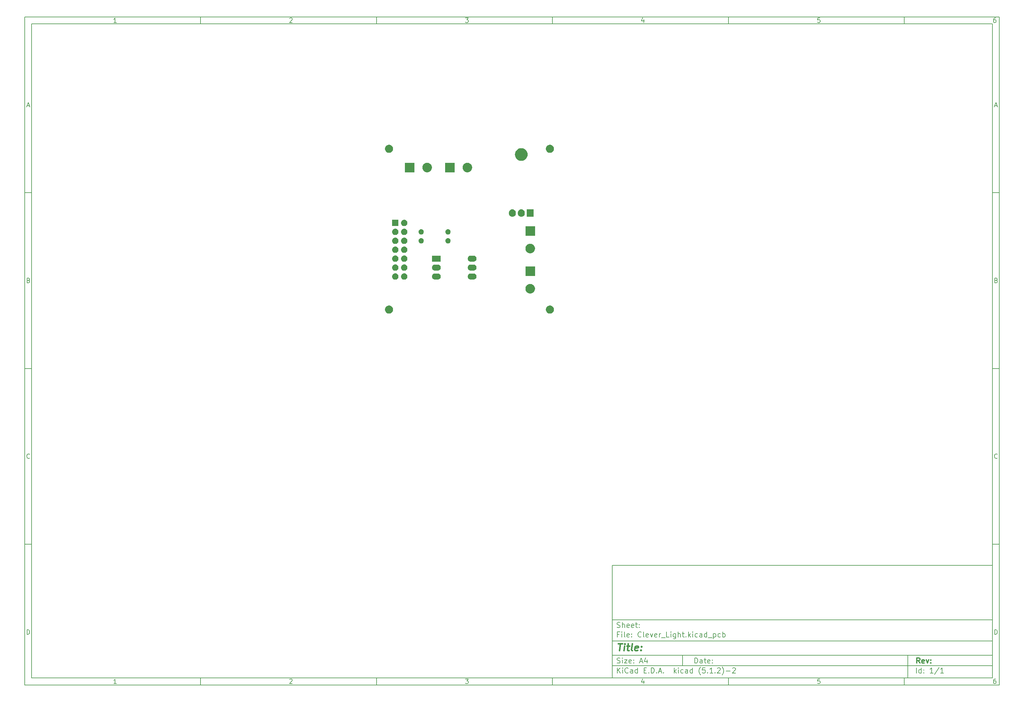
<source format=gbr>
G04 #@! TF.GenerationSoftware,KiCad,Pcbnew,(5.1.2)-2*
G04 #@! TF.CreationDate,2019-08-12T18:41:55+03:00*
G04 #@! TF.ProjectId,Clever_Light,436c6576-6572-45f4-9c69-6768742e6b69,rev?*
G04 #@! TF.SameCoordinates,Original*
G04 #@! TF.FileFunction,Soldermask,Top*
G04 #@! TF.FilePolarity,Negative*
%FSLAX46Y46*%
G04 Gerber Fmt 4.6, Leading zero omitted, Abs format (unit mm)*
G04 Created by KiCad (PCBNEW (5.1.2)-2) date 2019-08-12 18:41:55*
%MOMM*%
%LPD*%
G04 APERTURE LIST*
%ADD10C,0.100000*%
%ADD11C,0.150000*%
%ADD12C,0.300000*%
%ADD13C,0.400000*%
G04 APERTURE END LIST*
D10*
D11*
X177002200Y-166007200D02*
X177002200Y-198007200D01*
X285002200Y-198007200D01*
X285002200Y-166007200D01*
X177002200Y-166007200D01*
D10*
D11*
X10000000Y-10000000D02*
X10000000Y-200007200D01*
X287002200Y-200007200D01*
X287002200Y-10000000D01*
X10000000Y-10000000D01*
D10*
D11*
X12000000Y-12000000D02*
X12000000Y-198007200D01*
X285002200Y-198007200D01*
X285002200Y-12000000D01*
X12000000Y-12000000D01*
D10*
D11*
X60000000Y-12000000D02*
X60000000Y-10000000D01*
D10*
D11*
X110000000Y-12000000D02*
X110000000Y-10000000D01*
D10*
D11*
X160000000Y-12000000D02*
X160000000Y-10000000D01*
D10*
D11*
X210000000Y-12000000D02*
X210000000Y-10000000D01*
D10*
D11*
X260000000Y-12000000D02*
X260000000Y-10000000D01*
D10*
D11*
X36065476Y-11588095D02*
X35322619Y-11588095D01*
X35694047Y-11588095D02*
X35694047Y-10288095D01*
X35570238Y-10473809D01*
X35446428Y-10597619D01*
X35322619Y-10659523D01*
D10*
D11*
X85322619Y-10411904D02*
X85384523Y-10350000D01*
X85508333Y-10288095D01*
X85817857Y-10288095D01*
X85941666Y-10350000D01*
X86003571Y-10411904D01*
X86065476Y-10535714D01*
X86065476Y-10659523D01*
X86003571Y-10845238D01*
X85260714Y-11588095D01*
X86065476Y-11588095D01*
D10*
D11*
X135260714Y-10288095D02*
X136065476Y-10288095D01*
X135632142Y-10783333D01*
X135817857Y-10783333D01*
X135941666Y-10845238D01*
X136003571Y-10907142D01*
X136065476Y-11030952D01*
X136065476Y-11340476D01*
X136003571Y-11464285D01*
X135941666Y-11526190D01*
X135817857Y-11588095D01*
X135446428Y-11588095D01*
X135322619Y-11526190D01*
X135260714Y-11464285D01*
D10*
D11*
X185941666Y-10721428D02*
X185941666Y-11588095D01*
X185632142Y-10226190D02*
X185322619Y-11154761D01*
X186127380Y-11154761D01*
D10*
D11*
X236003571Y-10288095D02*
X235384523Y-10288095D01*
X235322619Y-10907142D01*
X235384523Y-10845238D01*
X235508333Y-10783333D01*
X235817857Y-10783333D01*
X235941666Y-10845238D01*
X236003571Y-10907142D01*
X236065476Y-11030952D01*
X236065476Y-11340476D01*
X236003571Y-11464285D01*
X235941666Y-11526190D01*
X235817857Y-11588095D01*
X235508333Y-11588095D01*
X235384523Y-11526190D01*
X235322619Y-11464285D01*
D10*
D11*
X285941666Y-10288095D02*
X285694047Y-10288095D01*
X285570238Y-10350000D01*
X285508333Y-10411904D01*
X285384523Y-10597619D01*
X285322619Y-10845238D01*
X285322619Y-11340476D01*
X285384523Y-11464285D01*
X285446428Y-11526190D01*
X285570238Y-11588095D01*
X285817857Y-11588095D01*
X285941666Y-11526190D01*
X286003571Y-11464285D01*
X286065476Y-11340476D01*
X286065476Y-11030952D01*
X286003571Y-10907142D01*
X285941666Y-10845238D01*
X285817857Y-10783333D01*
X285570238Y-10783333D01*
X285446428Y-10845238D01*
X285384523Y-10907142D01*
X285322619Y-11030952D01*
D10*
D11*
X60000000Y-198007200D02*
X60000000Y-200007200D01*
D10*
D11*
X110000000Y-198007200D02*
X110000000Y-200007200D01*
D10*
D11*
X160000000Y-198007200D02*
X160000000Y-200007200D01*
D10*
D11*
X210000000Y-198007200D02*
X210000000Y-200007200D01*
D10*
D11*
X260000000Y-198007200D02*
X260000000Y-200007200D01*
D10*
D11*
X36065476Y-199595295D02*
X35322619Y-199595295D01*
X35694047Y-199595295D02*
X35694047Y-198295295D01*
X35570238Y-198481009D01*
X35446428Y-198604819D01*
X35322619Y-198666723D01*
D10*
D11*
X85322619Y-198419104D02*
X85384523Y-198357200D01*
X85508333Y-198295295D01*
X85817857Y-198295295D01*
X85941666Y-198357200D01*
X86003571Y-198419104D01*
X86065476Y-198542914D01*
X86065476Y-198666723D01*
X86003571Y-198852438D01*
X85260714Y-199595295D01*
X86065476Y-199595295D01*
D10*
D11*
X135260714Y-198295295D02*
X136065476Y-198295295D01*
X135632142Y-198790533D01*
X135817857Y-198790533D01*
X135941666Y-198852438D01*
X136003571Y-198914342D01*
X136065476Y-199038152D01*
X136065476Y-199347676D01*
X136003571Y-199471485D01*
X135941666Y-199533390D01*
X135817857Y-199595295D01*
X135446428Y-199595295D01*
X135322619Y-199533390D01*
X135260714Y-199471485D01*
D10*
D11*
X185941666Y-198728628D02*
X185941666Y-199595295D01*
X185632142Y-198233390D02*
X185322619Y-199161961D01*
X186127380Y-199161961D01*
D10*
D11*
X236003571Y-198295295D02*
X235384523Y-198295295D01*
X235322619Y-198914342D01*
X235384523Y-198852438D01*
X235508333Y-198790533D01*
X235817857Y-198790533D01*
X235941666Y-198852438D01*
X236003571Y-198914342D01*
X236065476Y-199038152D01*
X236065476Y-199347676D01*
X236003571Y-199471485D01*
X235941666Y-199533390D01*
X235817857Y-199595295D01*
X235508333Y-199595295D01*
X235384523Y-199533390D01*
X235322619Y-199471485D01*
D10*
D11*
X285941666Y-198295295D02*
X285694047Y-198295295D01*
X285570238Y-198357200D01*
X285508333Y-198419104D01*
X285384523Y-198604819D01*
X285322619Y-198852438D01*
X285322619Y-199347676D01*
X285384523Y-199471485D01*
X285446428Y-199533390D01*
X285570238Y-199595295D01*
X285817857Y-199595295D01*
X285941666Y-199533390D01*
X286003571Y-199471485D01*
X286065476Y-199347676D01*
X286065476Y-199038152D01*
X286003571Y-198914342D01*
X285941666Y-198852438D01*
X285817857Y-198790533D01*
X285570238Y-198790533D01*
X285446428Y-198852438D01*
X285384523Y-198914342D01*
X285322619Y-199038152D01*
D10*
D11*
X10000000Y-60000000D02*
X12000000Y-60000000D01*
D10*
D11*
X10000000Y-110000000D02*
X12000000Y-110000000D01*
D10*
D11*
X10000000Y-160000000D02*
X12000000Y-160000000D01*
D10*
D11*
X10690476Y-35216666D02*
X11309523Y-35216666D01*
X10566666Y-35588095D02*
X11000000Y-34288095D01*
X11433333Y-35588095D01*
D10*
D11*
X11092857Y-84907142D02*
X11278571Y-84969047D01*
X11340476Y-85030952D01*
X11402380Y-85154761D01*
X11402380Y-85340476D01*
X11340476Y-85464285D01*
X11278571Y-85526190D01*
X11154761Y-85588095D01*
X10659523Y-85588095D01*
X10659523Y-84288095D01*
X11092857Y-84288095D01*
X11216666Y-84350000D01*
X11278571Y-84411904D01*
X11340476Y-84535714D01*
X11340476Y-84659523D01*
X11278571Y-84783333D01*
X11216666Y-84845238D01*
X11092857Y-84907142D01*
X10659523Y-84907142D01*
D10*
D11*
X11402380Y-135464285D02*
X11340476Y-135526190D01*
X11154761Y-135588095D01*
X11030952Y-135588095D01*
X10845238Y-135526190D01*
X10721428Y-135402380D01*
X10659523Y-135278571D01*
X10597619Y-135030952D01*
X10597619Y-134845238D01*
X10659523Y-134597619D01*
X10721428Y-134473809D01*
X10845238Y-134350000D01*
X11030952Y-134288095D01*
X11154761Y-134288095D01*
X11340476Y-134350000D01*
X11402380Y-134411904D01*
D10*
D11*
X10659523Y-185588095D02*
X10659523Y-184288095D01*
X10969047Y-184288095D01*
X11154761Y-184350000D01*
X11278571Y-184473809D01*
X11340476Y-184597619D01*
X11402380Y-184845238D01*
X11402380Y-185030952D01*
X11340476Y-185278571D01*
X11278571Y-185402380D01*
X11154761Y-185526190D01*
X10969047Y-185588095D01*
X10659523Y-185588095D01*
D10*
D11*
X287002200Y-60000000D02*
X285002200Y-60000000D01*
D10*
D11*
X287002200Y-110000000D02*
X285002200Y-110000000D01*
D10*
D11*
X287002200Y-160000000D02*
X285002200Y-160000000D01*
D10*
D11*
X285692676Y-35216666D02*
X286311723Y-35216666D01*
X285568866Y-35588095D02*
X286002200Y-34288095D01*
X286435533Y-35588095D01*
D10*
D11*
X286095057Y-84907142D02*
X286280771Y-84969047D01*
X286342676Y-85030952D01*
X286404580Y-85154761D01*
X286404580Y-85340476D01*
X286342676Y-85464285D01*
X286280771Y-85526190D01*
X286156961Y-85588095D01*
X285661723Y-85588095D01*
X285661723Y-84288095D01*
X286095057Y-84288095D01*
X286218866Y-84350000D01*
X286280771Y-84411904D01*
X286342676Y-84535714D01*
X286342676Y-84659523D01*
X286280771Y-84783333D01*
X286218866Y-84845238D01*
X286095057Y-84907142D01*
X285661723Y-84907142D01*
D10*
D11*
X286404580Y-135464285D02*
X286342676Y-135526190D01*
X286156961Y-135588095D01*
X286033152Y-135588095D01*
X285847438Y-135526190D01*
X285723628Y-135402380D01*
X285661723Y-135278571D01*
X285599819Y-135030952D01*
X285599819Y-134845238D01*
X285661723Y-134597619D01*
X285723628Y-134473809D01*
X285847438Y-134350000D01*
X286033152Y-134288095D01*
X286156961Y-134288095D01*
X286342676Y-134350000D01*
X286404580Y-134411904D01*
D10*
D11*
X285661723Y-185588095D02*
X285661723Y-184288095D01*
X285971247Y-184288095D01*
X286156961Y-184350000D01*
X286280771Y-184473809D01*
X286342676Y-184597619D01*
X286404580Y-184845238D01*
X286404580Y-185030952D01*
X286342676Y-185278571D01*
X286280771Y-185402380D01*
X286156961Y-185526190D01*
X285971247Y-185588095D01*
X285661723Y-185588095D01*
D10*
D11*
X200434342Y-193785771D02*
X200434342Y-192285771D01*
X200791485Y-192285771D01*
X201005771Y-192357200D01*
X201148628Y-192500057D01*
X201220057Y-192642914D01*
X201291485Y-192928628D01*
X201291485Y-193142914D01*
X201220057Y-193428628D01*
X201148628Y-193571485D01*
X201005771Y-193714342D01*
X200791485Y-193785771D01*
X200434342Y-193785771D01*
X202577200Y-193785771D02*
X202577200Y-193000057D01*
X202505771Y-192857200D01*
X202362914Y-192785771D01*
X202077200Y-192785771D01*
X201934342Y-192857200D01*
X202577200Y-193714342D02*
X202434342Y-193785771D01*
X202077200Y-193785771D01*
X201934342Y-193714342D01*
X201862914Y-193571485D01*
X201862914Y-193428628D01*
X201934342Y-193285771D01*
X202077200Y-193214342D01*
X202434342Y-193214342D01*
X202577200Y-193142914D01*
X203077200Y-192785771D02*
X203648628Y-192785771D01*
X203291485Y-192285771D02*
X203291485Y-193571485D01*
X203362914Y-193714342D01*
X203505771Y-193785771D01*
X203648628Y-193785771D01*
X204720057Y-193714342D02*
X204577200Y-193785771D01*
X204291485Y-193785771D01*
X204148628Y-193714342D01*
X204077200Y-193571485D01*
X204077200Y-193000057D01*
X204148628Y-192857200D01*
X204291485Y-192785771D01*
X204577200Y-192785771D01*
X204720057Y-192857200D01*
X204791485Y-193000057D01*
X204791485Y-193142914D01*
X204077200Y-193285771D01*
X205434342Y-193642914D02*
X205505771Y-193714342D01*
X205434342Y-193785771D01*
X205362914Y-193714342D01*
X205434342Y-193642914D01*
X205434342Y-193785771D01*
X205434342Y-192857200D02*
X205505771Y-192928628D01*
X205434342Y-193000057D01*
X205362914Y-192928628D01*
X205434342Y-192857200D01*
X205434342Y-193000057D01*
D10*
D11*
X177002200Y-194507200D02*
X285002200Y-194507200D01*
D10*
D11*
X178434342Y-196585771D02*
X178434342Y-195085771D01*
X179291485Y-196585771D02*
X178648628Y-195728628D01*
X179291485Y-195085771D02*
X178434342Y-195942914D01*
X179934342Y-196585771D02*
X179934342Y-195585771D01*
X179934342Y-195085771D02*
X179862914Y-195157200D01*
X179934342Y-195228628D01*
X180005771Y-195157200D01*
X179934342Y-195085771D01*
X179934342Y-195228628D01*
X181505771Y-196442914D02*
X181434342Y-196514342D01*
X181220057Y-196585771D01*
X181077200Y-196585771D01*
X180862914Y-196514342D01*
X180720057Y-196371485D01*
X180648628Y-196228628D01*
X180577200Y-195942914D01*
X180577200Y-195728628D01*
X180648628Y-195442914D01*
X180720057Y-195300057D01*
X180862914Y-195157200D01*
X181077200Y-195085771D01*
X181220057Y-195085771D01*
X181434342Y-195157200D01*
X181505771Y-195228628D01*
X182791485Y-196585771D02*
X182791485Y-195800057D01*
X182720057Y-195657200D01*
X182577200Y-195585771D01*
X182291485Y-195585771D01*
X182148628Y-195657200D01*
X182791485Y-196514342D02*
X182648628Y-196585771D01*
X182291485Y-196585771D01*
X182148628Y-196514342D01*
X182077200Y-196371485D01*
X182077200Y-196228628D01*
X182148628Y-196085771D01*
X182291485Y-196014342D01*
X182648628Y-196014342D01*
X182791485Y-195942914D01*
X184148628Y-196585771D02*
X184148628Y-195085771D01*
X184148628Y-196514342D02*
X184005771Y-196585771D01*
X183720057Y-196585771D01*
X183577200Y-196514342D01*
X183505771Y-196442914D01*
X183434342Y-196300057D01*
X183434342Y-195871485D01*
X183505771Y-195728628D01*
X183577200Y-195657200D01*
X183720057Y-195585771D01*
X184005771Y-195585771D01*
X184148628Y-195657200D01*
X186005771Y-195800057D02*
X186505771Y-195800057D01*
X186720057Y-196585771D02*
X186005771Y-196585771D01*
X186005771Y-195085771D01*
X186720057Y-195085771D01*
X187362914Y-196442914D02*
X187434342Y-196514342D01*
X187362914Y-196585771D01*
X187291485Y-196514342D01*
X187362914Y-196442914D01*
X187362914Y-196585771D01*
X188077200Y-196585771D02*
X188077200Y-195085771D01*
X188434342Y-195085771D01*
X188648628Y-195157200D01*
X188791485Y-195300057D01*
X188862914Y-195442914D01*
X188934342Y-195728628D01*
X188934342Y-195942914D01*
X188862914Y-196228628D01*
X188791485Y-196371485D01*
X188648628Y-196514342D01*
X188434342Y-196585771D01*
X188077200Y-196585771D01*
X189577200Y-196442914D02*
X189648628Y-196514342D01*
X189577200Y-196585771D01*
X189505771Y-196514342D01*
X189577200Y-196442914D01*
X189577200Y-196585771D01*
X190220057Y-196157200D02*
X190934342Y-196157200D01*
X190077200Y-196585771D02*
X190577200Y-195085771D01*
X191077200Y-196585771D01*
X191577200Y-196442914D02*
X191648628Y-196514342D01*
X191577200Y-196585771D01*
X191505771Y-196514342D01*
X191577200Y-196442914D01*
X191577200Y-196585771D01*
X194577200Y-196585771D02*
X194577200Y-195085771D01*
X194720057Y-196014342D02*
X195148628Y-196585771D01*
X195148628Y-195585771D02*
X194577200Y-196157200D01*
X195791485Y-196585771D02*
X195791485Y-195585771D01*
X195791485Y-195085771D02*
X195720057Y-195157200D01*
X195791485Y-195228628D01*
X195862914Y-195157200D01*
X195791485Y-195085771D01*
X195791485Y-195228628D01*
X197148628Y-196514342D02*
X197005771Y-196585771D01*
X196720057Y-196585771D01*
X196577200Y-196514342D01*
X196505771Y-196442914D01*
X196434342Y-196300057D01*
X196434342Y-195871485D01*
X196505771Y-195728628D01*
X196577200Y-195657200D01*
X196720057Y-195585771D01*
X197005771Y-195585771D01*
X197148628Y-195657200D01*
X198434342Y-196585771D02*
X198434342Y-195800057D01*
X198362914Y-195657200D01*
X198220057Y-195585771D01*
X197934342Y-195585771D01*
X197791485Y-195657200D01*
X198434342Y-196514342D02*
X198291485Y-196585771D01*
X197934342Y-196585771D01*
X197791485Y-196514342D01*
X197720057Y-196371485D01*
X197720057Y-196228628D01*
X197791485Y-196085771D01*
X197934342Y-196014342D01*
X198291485Y-196014342D01*
X198434342Y-195942914D01*
X199791485Y-196585771D02*
X199791485Y-195085771D01*
X199791485Y-196514342D02*
X199648628Y-196585771D01*
X199362914Y-196585771D01*
X199220057Y-196514342D01*
X199148628Y-196442914D01*
X199077200Y-196300057D01*
X199077200Y-195871485D01*
X199148628Y-195728628D01*
X199220057Y-195657200D01*
X199362914Y-195585771D01*
X199648628Y-195585771D01*
X199791485Y-195657200D01*
X202077200Y-197157200D02*
X202005771Y-197085771D01*
X201862914Y-196871485D01*
X201791485Y-196728628D01*
X201720057Y-196514342D01*
X201648628Y-196157200D01*
X201648628Y-195871485D01*
X201720057Y-195514342D01*
X201791485Y-195300057D01*
X201862914Y-195157200D01*
X202005771Y-194942914D01*
X202077200Y-194871485D01*
X203362914Y-195085771D02*
X202648628Y-195085771D01*
X202577200Y-195800057D01*
X202648628Y-195728628D01*
X202791485Y-195657200D01*
X203148628Y-195657200D01*
X203291485Y-195728628D01*
X203362914Y-195800057D01*
X203434342Y-195942914D01*
X203434342Y-196300057D01*
X203362914Y-196442914D01*
X203291485Y-196514342D01*
X203148628Y-196585771D01*
X202791485Y-196585771D01*
X202648628Y-196514342D01*
X202577200Y-196442914D01*
X204077200Y-196442914D02*
X204148628Y-196514342D01*
X204077200Y-196585771D01*
X204005771Y-196514342D01*
X204077200Y-196442914D01*
X204077200Y-196585771D01*
X205577200Y-196585771D02*
X204720057Y-196585771D01*
X205148628Y-196585771D02*
X205148628Y-195085771D01*
X205005771Y-195300057D01*
X204862914Y-195442914D01*
X204720057Y-195514342D01*
X206220057Y-196442914D02*
X206291485Y-196514342D01*
X206220057Y-196585771D01*
X206148628Y-196514342D01*
X206220057Y-196442914D01*
X206220057Y-196585771D01*
X206862914Y-195228628D02*
X206934342Y-195157200D01*
X207077200Y-195085771D01*
X207434342Y-195085771D01*
X207577200Y-195157200D01*
X207648628Y-195228628D01*
X207720057Y-195371485D01*
X207720057Y-195514342D01*
X207648628Y-195728628D01*
X206791485Y-196585771D01*
X207720057Y-196585771D01*
X208220057Y-197157200D02*
X208291485Y-197085771D01*
X208434342Y-196871485D01*
X208505771Y-196728628D01*
X208577200Y-196514342D01*
X208648628Y-196157200D01*
X208648628Y-195871485D01*
X208577200Y-195514342D01*
X208505771Y-195300057D01*
X208434342Y-195157200D01*
X208291485Y-194942914D01*
X208220057Y-194871485D01*
X209362914Y-196014342D02*
X210505771Y-196014342D01*
X211148628Y-195228628D02*
X211220057Y-195157200D01*
X211362914Y-195085771D01*
X211720057Y-195085771D01*
X211862914Y-195157200D01*
X211934342Y-195228628D01*
X212005771Y-195371485D01*
X212005771Y-195514342D01*
X211934342Y-195728628D01*
X211077200Y-196585771D01*
X212005771Y-196585771D01*
D10*
D11*
X177002200Y-191507200D02*
X285002200Y-191507200D01*
D10*
D12*
X264411485Y-193785771D02*
X263911485Y-193071485D01*
X263554342Y-193785771D02*
X263554342Y-192285771D01*
X264125771Y-192285771D01*
X264268628Y-192357200D01*
X264340057Y-192428628D01*
X264411485Y-192571485D01*
X264411485Y-192785771D01*
X264340057Y-192928628D01*
X264268628Y-193000057D01*
X264125771Y-193071485D01*
X263554342Y-193071485D01*
X265625771Y-193714342D02*
X265482914Y-193785771D01*
X265197200Y-193785771D01*
X265054342Y-193714342D01*
X264982914Y-193571485D01*
X264982914Y-193000057D01*
X265054342Y-192857200D01*
X265197200Y-192785771D01*
X265482914Y-192785771D01*
X265625771Y-192857200D01*
X265697200Y-193000057D01*
X265697200Y-193142914D01*
X264982914Y-193285771D01*
X266197200Y-192785771D02*
X266554342Y-193785771D01*
X266911485Y-192785771D01*
X267482914Y-193642914D02*
X267554342Y-193714342D01*
X267482914Y-193785771D01*
X267411485Y-193714342D01*
X267482914Y-193642914D01*
X267482914Y-193785771D01*
X267482914Y-192857200D02*
X267554342Y-192928628D01*
X267482914Y-193000057D01*
X267411485Y-192928628D01*
X267482914Y-192857200D01*
X267482914Y-193000057D01*
D10*
D11*
X178362914Y-193714342D02*
X178577200Y-193785771D01*
X178934342Y-193785771D01*
X179077200Y-193714342D01*
X179148628Y-193642914D01*
X179220057Y-193500057D01*
X179220057Y-193357200D01*
X179148628Y-193214342D01*
X179077200Y-193142914D01*
X178934342Y-193071485D01*
X178648628Y-193000057D01*
X178505771Y-192928628D01*
X178434342Y-192857200D01*
X178362914Y-192714342D01*
X178362914Y-192571485D01*
X178434342Y-192428628D01*
X178505771Y-192357200D01*
X178648628Y-192285771D01*
X179005771Y-192285771D01*
X179220057Y-192357200D01*
X179862914Y-193785771D02*
X179862914Y-192785771D01*
X179862914Y-192285771D02*
X179791485Y-192357200D01*
X179862914Y-192428628D01*
X179934342Y-192357200D01*
X179862914Y-192285771D01*
X179862914Y-192428628D01*
X180434342Y-192785771D02*
X181220057Y-192785771D01*
X180434342Y-193785771D01*
X181220057Y-193785771D01*
X182362914Y-193714342D02*
X182220057Y-193785771D01*
X181934342Y-193785771D01*
X181791485Y-193714342D01*
X181720057Y-193571485D01*
X181720057Y-193000057D01*
X181791485Y-192857200D01*
X181934342Y-192785771D01*
X182220057Y-192785771D01*
X182362914Y-192857200D01*
X182434342Y-193000057D01*
X182434342Y-193142914D01*
X181720057Y-193285771D01*
X183077200Y-193642914D02*
X183148628Y-193714342D01*
X183077200Y-193785771D01*
X183005771Y-193714342D01*
X183077200Y-193642914D01*
X183077200Y-193785771D01*
X183077200Y-192857200D02*
X183148628Y-192928628D01*
X183077200Y-193000057D01*
X183005771Y-192928628D01*
X183077200Y-192857200D01*
X183077200Y-193000057D01*
X184862914Y-193357200D02*
X185577200Y-193357200D01*
X184720057Y-193785771D02*
X185220057Y-192285771D01*
X185720057Y-193785771D01*
X186862914Y-192785771D02*
X186862914Y-193785771D01*
X186505771Y-192214342D02*
X186148628Y-193285771D01*
X187077200Y-193285771D01*
D10*
D11*
X263434342Y-196585771D02*
X263434342Y-195085771D01*
X264791485Y-196585771D02*
X264791485Y-195085771D01*
X264791485Y-196514342D02*
X264648628Y-196585771D01*
X264362914Y-196585771D01*
X264220057Y-196514342D01*
X264148628Y-196442914D01*
X264077200Y-196300057D01*
X264077200Y-195871485D01*
X264148628Y-195728628D01*
X264220057Y-195657200D01*
X264362914Y-195585771D01*
X264648628Y-195585771D01*
X264791485Y-195657200D01*
X265505771Y-196442914D02*
X265577200Y-196514342D01*
X265505771Y-196585771D01*
X265434342Y-196514342D01*
X265505771Y-196442914D01*
X265505771Y-196585771D01*
X265505771Y-195657200D02*
X265577200Y-195728628D01*
X265505771Y-195800057D01*
X265434342Y-195728628D01*
X265505771Y-195657200D01*
X265505771Y-195800057D01*
X268148628Y-196585771D02*
X267291485Y-196585771D01*
X267720057Y-196585771D02*
X267720057Y-195085771D01*
X267577200Y-195300057D01*
X267434342Y-195442914D01*
X267291485Y-195514342D01*
X269862914Y-195014342D02*
X268577200Y-196942914D01*
X271148628Y-196585771D02*
X270291485Y-196585771D01*
X270720057Y-196585771D02*
X270720057Y-195085771D01*
X270577200Y-195300057D01*
X270434342Y-195442914D01*
X270291485Y-195514342D01*
D10*
D11*
X177002200Y-187507200D02*
X285002200Y-187507200D01*
D10*
D13*
X178714580Y-188211961D02*
X179857438Y-188211961D01*
X179036009Y-190211961D02*
X179286009Y-188211961D01*
X180274104Y-190211961D02*
X180440771Y-188878628D01*
X180524104Y-188211961D02*
X180416961Y-188307200D01*
X180500295Y-188402438D01*
X180607438Y-188307200D01*
X180524104Y-188211961D01*
X180500295Y-188402438D01*
X181107438Y-188878628D02*
X181869342Y-188878628D01*
X181476485Y-188211961D02*
X181262200Y-189926247D01*
X181333628Y-190116723D01*
X181512200Y-190211961D01*
X181702676Y-190211961D01*
X182655057Y-190211961D02*
X182476485Y-190116723D01*
X182405057Y-189926247D01*
X182619342Y-188211961D01*
X184190771Y-190116723D02*
X183988390Y-190211961D01*
X183607438Y-190211961D01*
X183428866Y-190116723D01*
X183357438Y-189926247D01*
X183452676Y-189164342D01*
X183571723Y-188973866D01*
X183774104Y-188878628D01*
X184155057Y-188878628D01*
X184333628Y-188973866D01*
X184405057Y-189164342D01*
X184381247Y-189354819D01*
X183405057Y-189545295D01*
X185155057Y-190021485D02*
X185238390Y-190116723D01*
X185131247Y-190211961D01*
X185047914Y-190116723D01*
X185155057Y-190021485D01*
X185131247Y-190211961D01*
X185286009Y-188973866D02*
X185369342Y-189069104D01*
X185262200Y-189164342D01*
X185178866Y-189069104D01*
X185286009Y-188973866D01*
X185262200Y-189164342D01*
D10*
D11*
X178934342Y-185600057D02*
X178434342Y-185600057D01*
X178434342Y-186385771D02*
X178434342Y-184885771D01*
X179148628Y-184885771D01*
X179720057Y-186385771D02*
X179720057Y-185385771D01*
X179720057Y-184885771D02*
X179648628Y-184957200D01*
X179720057Y-185028628D01*
X179791485Y-184957200D01*
X179720057Y-184885771D01*
X179720057Y-185028628D01*
X180648628Y-186385771D02*
X180505771Y-186314342D01*
X180434342Y-186171485D01*
X180434342Y-184885771D01*
X181791485Y-186314342D02*
X181648628Y-186385771D01*
X181362914Y-186385771D01*
X181220057Y-186314342D01*
X181148628Y-186171485D01*
X181148628Y-185600057D01*
X181220057Y-185457200D01*
X181362914Y-185385771D01*
X181648628Y-185385771D01*
X181791485Y-185457200D01*
X181862914Y-185600057D01*
X181862914Y-185742914D01*
X181148628Y-185885771D01*
X182505771Y-186242914D02*
X182577200Y-186314342D01*
X182505771Y-186385771D01*
X182434342Y-186314342D01*
X182505771Y-186242914D01*
X182505771Y-186385771D01*
X182505771Y-185457200D02*
X182577200Y-185528628D01*
X182505771Y-185600057D01*
X182434342Y-185528628D01*
X182505771Y-185457200D01*
X182505771Y-185600057D01*
X185220057Y-186242914D02*
X185148628Y-186314342D01*
X184934342Y-186385771D01*
X184791485Y-186385771D01*
X184577200Y-186314342D01*
X184434342Y-186171485D01*
X184362914Y-186028628D01*
X184291485Y-185742914D01*
X184291485Y-185528628D01*
X184362914Y-185242914D01*
X184434342Y-185100057D01*
X184577200Y-184957200D01*
X184791485Y-184885771D01*
X184934342Y-184885771D01*
X185148628Y-184957200D01*
X185220057Y-185028628D01*
X186077200Y-186385771D02*
X185934342Y-186314342D01*
X185862914Y-186171485D01*
X185862914Y-184885771D01*
X187220057Y-186314342D02*
X187077200Y-186385771D01*
X186791485Y-186385771D01*
X186648628Y-186314342D01*
X186577200Y-186171485D01*
X186577200Y-185600057D01*
X186648628Y-185457200D01*
X186791485Y-185385771D01*
X187077200Y-185385771D01*
X187220057Y-185457200D01*
X187291485Y-185600057D01*
X187291485Y-185742914D01*
X186577200Y-185885771D01*
X187791485Y-185385771D02*
X188148628Y-186385771D01*
X188505771Y-185385771D01*
X189648628Y-186314342D02*
X189505771Y-186385771D01*
X189220057Y-186385771D01*
X189077200Y-186314342D01*
X189005771Y-186171485D01*
X189005771Y-185600057D01*
X189077200Y-185457200D01*
X189220057Y-185385771D01*
X189505771Y-185385771D01*
X189648628Y-185457200D01*
X189720057Y-185600057D01*
X189720057Y-185742914D01*
X189005771Y-185885771D01*
X190362914Y-186385771D02*
X190362914Y-185385771D01*
X190362914Y-185671485D02*
X190434342Y-185528628D01*
X190505771Y-185457200D01*
X190648628Y-185385771D01*
X190791485Y-185385771D01*
X190934342Y-186528628D02*
X192077200Y-186528628D01*
X193148628Y-186385771D02*
X192434342Y-186385771D01*
X192434342Y-184885771D01*
X193648628Y-186385771D02*
X193648628Y-185385771D01*
X193648628Y-184885771D02*
X193577200Y-184957200D01*
X193648628Y-185028628D01*
X193720057Y-184957200D01*
X193648628Y-184885771D01*
X193648628Y-185028628D01*
X195005771Y-185385771D02*
X195005771Y-186600057D01*
X194934342Y-186742914D01*
X194862914Y-186814342D01*
X194720057Y-186885771D01*
X194505771Y-186885771D01*
X194362914Y-186814342D01*
X195005771Y-186314342D02*
X194862914Y-186385771D01*
X194577200Y-186385771D01*
X194434342Y-186314342D01*
X194362914Y-186242914D01*
X194291485Y-186100057D01*
X194291485Y-185671485D01*
X194362914Y-185528628D01*
X194434342Y-185457200D01*
X194577200Y-185385771D01*
X194862914Y-185385771D01*
X195005771Y-185457200D01*
X195720057Y-186385771D02*
X195720057Y-184885771D01*
X196362914Y-186385771D02*
X196362914Y-185600057D01*
X196291485Y-185457200D01*
X196148628Y-185385771D01*
X195934342Y-185385771D01*
X195791485Y-185457200D01*
X195720057Y-185528628D01*
X196862914Y-185385771D02*
X197434342Y-185385771D01*
X197077200Y-184885771D02*
X197077200Y-186171485D01*
X197148628Y-186314342D01*
X197291485Y-186385771D01*
X197434342Y-186385771D01*
X197934342Y-186242914D02*
X198005771Y-186314342D01*
X197934342Y-186385771D01*
X197862914Y-186314342D01*
X197934342Y-186242914D01*
X197934342Y-186385771D01*
X198648628Y-186385771D02*
X198648628Y-184885771D01*
X198791485Y-185814342D02*
X199220057Y-186385771D01*
X199220057Y-185385771D02*
X198648628Y-185957200D01*
X199862914Y-186385771D02*
X199862914Y-185385771D01*
X199862914Y-184885771D02*
X199791485Y-184957200D01*
X199862914Y-185028628D01*
X199934342Y-184957200D01*
X199862914Y-184885771D01*
X199862914Y-185028628D01*
X201220057Y-186314342D02*
X201077200Y-186385771D01*
X200791485Y-186385771D01*
X200648628Y-186314342D01*
X200577200Y-186242914D01*
X200505771Y-186100057D01*
X200505771Y-185671485D01*
X200577200Y-185528628D01*
X200648628Y-185457200D01*
X200791485Y-185385771D01*
X201077200Y-185385771D01*
X201220057Y-185457200D01*
X202505771Y-186385771D02*
X202505771Y-185600057D01*
X202434342Y-185457200D01*
X202291485Y-185385771D01*
X202005771Y-185385771D01*
X201862914Y-185457200D01*
X202505771Y-186314342D02*
X202362914Y-186385771D01*
X202005771Y-186385771D01*
X201862914Y-186314342D01*
X201791485Y-186171485D01*
X201791485Y-186028628D01*
X201862914Y-185885771D01*
X202005771Y-185814342D01*
X202362914Y-185814342D01*
X202505771Y-185742914D01*
X203862914Y-186385771D02*
X203862914Y-184885771D01*
X203862914Y-186314342D02*
X203720057Y-186385771D01*
X203434342Y-186385771D01*
X203291485Y-186314342D01*
X203220057Y-186242914D01*
X203148628Y-186100057D01*
X203148628Y-185671485D01*
X203220057Y-185528628D01*
X203291485Y-185457200D01*
X203434342Y-185385771D01*
X203720057Y-185385771D01*
X203862914Y-185457200D01*
X204220057Y-186528628D02*
X205362914Y-186528628D01*
X205720057Y-185385771D02*
X205720057Y-186885771D01*
X205720057Y-185457200D02*
X205862914Y-185385771D01*
X206148628Y-185385771D01*
X206291485Y-185457200D01*
X206362914Y-185528628D01*
X206434342Y-185671485D01*
X206434342Y-186100057D01*
X206362914Y-186242914D01*
X206291485Y-186314342D01*
X206148628Y-186385771D01*
X205862914Y-186385771D01*
X205720057Y-186314342D01*
X207720057Y-186314342D02*
X207577200Y-186385771D01*
X207291485Y-186385771D01*
X207148628Y-186314342D01*
X207077200Y-186242914D01*
X207005771Y-186100057D01*
X207005771Y-185671485D01*
X207077200Y-185528628D01*
X207148628Y-185457200D01*
X207291485Y-185385771D01*
X207577200Y-185385771D01*
X207720057Y-185457200D01*
X208362914Y-186385771D02*
X208362914Y-184885771D01*
X208362914Y-185457200D02*
X208505771Y-185385771D01*
X208791485Y-185385771D01*
X208934342Y-185457200D01*
X209005771Y-185528628D01*
X209077200Y-185671485D01*
X209077200Y-186100057D01*
X209005771Y-186242914D01*
X208934342Y-186314342D01*
X208791485Y-186385771D01*
X208505771Y-186385771D01*
X208362914Y-186314342D01*
D10*
D11*
X177002200Y-181507200D02*
X285002200Y-181507200D01*
D10*
D11*
X178362914Y-183614342D02*
X178577200Y-183685771D01*
X178934342Y-183685771D01*
X179077200Y-183614342D01*
X179148628Y-183542914D01*
X179220057Y-183400057D01*
X179220057Y-183257200D01*
X179148628Y-183114342D01*
X179077200Y-183042914D01*
X178934342Y-182971485D01*
X178648628Y-182900057D01*
X178505771Y-182828628D01*
X178434342Y-182757200D01*
X178362914Y-182614342D01*
X178362914Y-182471485D01*
X178434342Y-182328628D01*
X178505771Y-182257200D01*
X178648628Y-182185771D01*
X179005771Y-182185771D01*
X179220057Y-182257200D01*
X179862914Y-183685771D02*
X179862914Y-182185771D01*
X180505771Y-183685771D02*
X180505771Y-182900057D01*
X180434342Y-182757200D01*
X180291485Y-182685771D01*
X180077200Y-182685771D01*
X179934342Y-182757200D01*
X179862914Y-182828628D01*
X181791485Y-183614342D02*
X181648628Y-183685771D01*
X181362914Y-183685771D01*
X181220057Y-183614342D01*
X181148628Y-183471485D01*
X181148628Y-182900057D01*
X181220057Y-182757200D01*
X181362914Y-182685771D01*
X181648628Y-182685771D01*
X181791485Y-182757200D01*
X181862914Y-182900057D01*
X181862914Y-183042914D01*
X181148628Y-183185771D01*
X183077200Y-183614342D02*
X182934342Y-183685771D01*
X182648628Y-183685771D01*
X182505771Y-183614342D01*
X182434342Y-183471485D01*
X182434342Y-182900057D01*
X182505771Y-182757200D01*
X182648628Y-182685771D01*
X182934342Y-182685771D01*
X183077200Y-182757200D01*
X183148628Y-182900057D01*
X183148628Y-183042914D01*
X182434342Y-183185771D01*
X183577200Y-182685771D02*
X184148628Y-182685771D01*
X183791485Y-182185771D02*
X183791485Y-183471485D01*
X183862914Y-183614342D01*
X184005771Y-183685771D01*
X184148628Y-183685771D01*
X184648628Y-183542914D02*
X184720057Y-183614342D01*
X184648628Y-183685771D01*
X184577200Y-183614342D01*
X184648628Y-183542914D01*
X184648628Y-183685771D01*
X184648628Y-182757200D02*
X184720057Y-182828628D01*
X184648628Y-182900057D01*
X184577200Y-182828628D01*
X184648628Y-182757200D01*
X184648628Y-182900057D01*
D10*
D11*
X197002200Y-191507200D02*
X197002200Y-194507200D01*
D10*
D11*
X261002200Y-191507200D02*
X261002200Y-198007200D01*
D10*
G36*
X159482549Y-92089116D02*
G01*
X159593734Y-92111232D01*
X159803203Y-92197997D01*
X159991720Y-92323960D01*
X160152040Y-92484280D01*
X160278003Y-92672797D01*
X160364768Y-92882266D01*
X160409000Y-93104636D01*
X160409000Y-93331364D01*
X160364768Y-93553734D01*
X160278003Y-93763203D01*
X160152040Y-93951720D01*
X159991720Y-94112040D01*
X159803203Y-94238003D01*
X159593734Y-94324768D01*
X159482549Y-94346884D01*
X159371365Y-94369000D01*
X159144635Y-94369000D01*
X159033451Y-94346884D01*
X158922266Y-94324768D01*
X158712797Y-94238003D01*
X158524280Y-94112040D01*
X158363960Y-93951720D01*
X158237997Y-93763203D01*
X158151232Y-93553734D01*
X158107000Y-93331364D01*
X158107000Y-93104636D01*
X158151232Y-92882266D01*
X158237997Y-92672797D01*
X158363960Y-92484280D01*
X158524280Y-92323960D01*
X158712797Y-92197997D01*
X158922266Y-92111232D01*
X159033451Y-92089116D01*
X159144635Y-92067000D01*
X159371365Y-92067000D01*
X159482549Y-92089116D01*
X159482549Y-92089116D01*
G37*
G36*
X113762549Y-92089116D02*
G01*
X113873734Y-92111232D01*
X114083203Y-92197997D01*
X114271720Y-92323960D01*
X114432040Y-92484280D01*
X114558003Y-92672797D01*
X114644768Y-92882266D01*
X114689000Y-93104636D01*
X114689000Y-93331364D01*
X114644768Y-93553734D01*
X114558003Y-93763203D01*
X114432040Y-93951720D01*
X114271720Y-94112040D01*
X114083203Y-94238003D01*
X113873734Y-94324768D01*
X113762549Y-94346884D01*
X113651365Y-94369000D01*
X113424635Y-94369000D01*
X113313451Y-94346884D01*
X113202266Y-94324768D01*
X112992797Y-94238003D01*
X112804280Y-94112040D01*
X112643960Y-93951720D01*
X112517997Y-93763203D01*
X112431232Y-93553734D01*
X112387000Y-93331364D01*
X112387000Y-93104636D01*
X112431232Y-92882266D01*
X112517997Y-92672797D01*
X112643960Y-92484280D01*
X112804280Y-92323960D01*
X112992797Y-92197997D01*
X113202266Y-92111232D01*
X113313451Y-92089116D01*
X113424635Y-92067000D01*
X113651365Y-92067000D01*
X113762549Y-92089116D01*
X113762549Y-92089116D01*
G37*
G36*
X154064072Y-85996918D02*
G01*
X154309939Y-86098759D01*
X154531212Y-86246610D01*
X154719390Y-86434788D01*
X154867241Y-86656061D01*
X154969082Y-86901928D01*
X155021000Y-87162938D01*
X155021000Y-87429062D01*
X154969082Y-87690072D01*
X154867241Y-87935939D01*
X154719390Y-88157212D01*
X154531212Y-88345390D01*
X154309939Y-88493241D01*
X154309938Y-88493242D01*
X154309937Y-88493242D01*
X154064072Y-88595082D01*
X153803063Y-88647000D01*
X153536937Y-88647000D01*
X153275928Y-88595082D01*
X153030063Y-88493242D01*
X153030062Y-88493242D01*
X153030061Y-88493241D01*
X152808788Y-88345390D01*
X152620610Y-88157212D01*
X152472759Y-87935939D01*
X152370918Y-87690072D01*
X152319000Y-87429062D01*
X152319000Y-87162938D01*
X152370918Y-86901928D01*
X152472759Y-86656061D01*
X152620610Y-86434788D01*
X152808788Y-86246610D01*
X153030061Y-86098759D01*
X153275928Y-85996918D01*
X153536937Y-85945000D01*
X153803063Y-85945000D01*
X154064072Y-85996918D01*
X154064072Y-85996918D01*
G37*
G36*
X118035294Y-82918633D02*
G01*
X118207695Y-82970931D01*
X118366583Y-83055858D01*
X118505849Y-83170151D01*
X118620142Y-83309417D01*
X118705069Y-83468305D01*
X118757367Y-83640706D01*
X118775025Y-83820000D01*
X118757367Y-83999294D01*
X118705069Y-84171695D01*
X118620142Y-84330583D01*
X118505849Y-84469849D01*
X118366583Y-84584142D01*
X118207695Y-84669069D01*
X118035294Y-84721367D01*
X117900931Y-84734600D01*
X117811069Y-84734600D01*
X117676706Y-84721367D01*
X117504305Y-84669069D01*
X117345417Y-84584142D01*
X117206151Y-84469849D01*
X117091858Y-84330583D01*
X117006931Y-84171695D01*
X116954633Y-83999294D01*
X116936975Y-83820000D01*
X116954633Y-83640706D01*
X117006931Y-83468305D01*
X117091858Y-83309417D01*
X117206151Y-83170151D01*
X117345417Y-83055858D01*
X117504305Y-82970931D01*
X117676706Y-82918633D01*
X117811069Y-82905400D01*
X117900931Y-82905400D01*
X118035294Y-82918633D01*
X118035294Y-82918633D01*
G37*
G36*
X115495294Y-82918633D02*
G01*
X115667695Y-82970931D01*
X115826583Y-83055858D01*
X115965849Y-83170151D01*
X116080142Y-83309417D01*
X116165069Y-83468305D01*
X116217367Y-83640706D01*
X116235025Y-83820000D01*
X116217367Y-83999294D01*
X116165069Y-84171695D01*
X116080142Y-84330583D01*
X115965849Y-84469849D01*
X115826583Y-84584142D01*
X115667695Y-84669069D01*
X115495294Y-84721367D01*
X115360931Y-84734600D01*
X115271069Y-84734600D01*
X115136706Y-84721367D01*
X114964305Y-84669069D01*
X114805417Y-84584142D01*
X114666151Y-84469849D01*
X114551858Y-84330583D01*
X114466931Y-84171695D01*
X114414633Y-83999294D01*
X114396975Y-83820000D01*
X114414633Y-83640706D01*
X114466931Y-83468305D01*
X114551858Y-83309417D01*
X114666151Y-83170151D01*
X114805417Y-83055858D01*
X114964305Y-82970931D01*
X115136706Y-82918633D01*
X115271069Y-82905400D01*
X115360931Y-82905400D01*
X115495294Y-82918633D01*
X115495294Y-82918633D01*
G37*
G36*
X137726823Y-82981313D02*
G01*
X137887242Y-83029976D01*
X138019906Y-83100886D01*
X138035078Y-83108996D01*
X138164659Y-83215341D01*
X138271004Y-83344922D01*
X138271005Y-83344924D01*
X138350024Y-83492758D01*
X138398687Y-83653177D01*
X138415117Y-83820000D01*
X138398687Y-83986823D01*
X138350024Y-84147242D01*
X138336953Y-84171696D01*
X138271004Y-84295078D01*
X138164659Y-84424659D01*
X138035078Y-84531004D01*
X138035076Y-84531005D01*
X137887242Y-84610024D01*
X137726823Y-84658687D01*
X137601804Y-84671000D01*
X136718196Y-84671000D01*
X136593177Y-84658687D01*
X136432758Y-84610024D01*
X136284924Y-84531005D01*
X136284922Y-84531004D01*
X136155341Y-84424659D01*
X136048996Y-84295078D01*
X135983047Y-84171696D01*
X135969976Y-84147242D01*
X135921313Y-83986823D01*
X135904883Y-83820000D01*
X135921313Y-83653177D01*
X135969976Y-83492758D01*
X136048995Y-83344924D01*
X136048996Y-83344922D01*
X136155341Y-83215341D01*
X136284922Y-83108996D01*
X136300094Y-83100886D01*
X136432758Y-83029976D01*
X136593177Y-82981313D01*
X136718196Y-82969000D01*
X137601804Y-82969000D01*
X137726823Y-82981313D01*
X137726823Y-82981313D01*
G37*
G36*
X127566823Y-82981313D02*
G01*
X127727242Y-83029976D01*
X127859906Y-83100886D01*
X127875078Y-83108996D01*
X128004659Y-83215341D01*
X128111004Y-83344922D01*
X128111005Y-83344924D01*
X128190024Y-83492758D01*
X128238687Y-83653177D01*
X128255117Y-83820000D01*
X128238687Y-83986823D01*
X128190024Y-84147242D01*
X128176953Y-84171696D01*
X128111004Y-84295078D01*
X128004659Y-84424659D01*
X127875078Y-84531004D01*
X127875076Y-84531005D01*
X127727242Y-84610024D01*
X127566823Y-84658687D01*
X127441804Y-84671000D01*
X126558196Y-84671000D01*
X126433177Y-84658687D01*
X126272758Y-84610024D01*
X126124924Y-84531005D01*
X126124922Y-84531004D01*
X125995341Y-84424659D01*
X125888996Y-84295078D01*
X125823047Y-84171696D01*
X125809976Y-84147242D01*
X125761313Y-83986823D01*
X125744883Y-83820000D01*
X125761313Y-83653177D01*
X125809976Y-83492758D01*
X125888995Y-83344924D01*
X125888996Y-83344922D01*
X125995341Y-83215341D01*
X126124922Y-83108996D01*
X126140094Y-83100886D01*
X126272758Y-83029976D01*
X126433177Y-82981313D01*
X126558196Y-82969000D01*
X127441804Y-82969000D01*
X127566823Y-82981313D01*
X127566823Y-82981313D01*
G37*
G36*
X155021000Y-83647000D02*
G01*
X152319000Y-83647000D01*
X152319000Y-80945000D01*
X155021000Y-80945000D01*
X155021000Y-83647000D01*
X155021000Y-83647000D01*
G37*
G36*
X118035294Y-80378633D02*
G01*
X118207695Y-80430931D01*
X118366583Y-80515858D01*
X118505849Y-80630151D01*
X118620142Y-80769417D01*
X118705069Y-80928305D01*
X118757367Y-81100706D01*
X118775025Y-81280000D01*
X118757367Y-81459294D01*
X118705069Y-81631695D01*
X118620142Y-81790583D01*
X118505849Y-81929849D01*
X118366583Y-82044142D01*
X118207695Y-82129069D01*
X118035294Y-82181367D01*
X117900931Y-82194600D01*
X117811069Y-82194600D01*
X117676706Y-82181367D01*
X117504305Y-82129069D01*
X117345417Y-82044142D01*
X117206151Y-81929849D01*
X117091858Y-81790583D01*
X117006931Y-81631695D01*
X116954633Y-81459294D01*
X116936975Y-81280000D01*
X116954633Y-81100706D01*
X117006931Y-80928305D01*
X117091858Y-80769417D01*
X117206151Y-80630151D01*
X117345417Y-80515858D01*
X117504305Y-80430931D01*
X117676706Y-80378633D01*
X117811069Y-80365400D01*
X117900931Y-80365400D01*
X118035294Y-80378633D01*
X118035294Y-80378633D01*
G37*
G36*
X115495294Y-80378633D02*
G01*
X115667695Y-80430931D01*
X115826583Y-80515858D01*
X115965849Y-80630151D01*
X116080142Y-80769417D01*
X116165069Y-80928305D01*
X116217367Y-81100706D01*
X116235025Y-81280000D01*
X116217367Y-81459294D01*
X116165069Y-81631695D01*
X116080142Y-81790583D01*
X115965849Y-81929849D01*
X115826583Y-82044142D01*
X115667695Y-82129069D01*
X115495294Y-82181367D01*
X115360931Y-82194600D01*
X115271069Y-82194600D01*
X115136706Y-82181367D01*
X114964305Y-82129069D01*
X114805417Y-82044142D01*
X114666151Y-81929849D01*
X114551858Y-81790583D01*
X114466931Y-81631695D01*
X114414633Y-81459294D01*
X114396975Y-81280000D01*
X114414633Y-81100706D01*
X114466931Y-80928305D01*
X114551858Y-80769417D01*
X114666151Y-80630151D01*
X114805417Y-80515858D01*
X114964305Y-80430931D01*
X115136706Y-80378633D01*
X115271069Y-80365400D01*
X115360931Y-80365400D01*
X115495294Y-80378633D01*
X115495294Y-80378633D01*
G37*
G36*
X127566823Y-80441313D02*
G01*
X127727242Y-80489976D01*
X127859906Y-80560886D01*
X127875078Y-80568996D01*
X128004659Y-80675341D01*
X128111004Y-80804922D01*
X128111005Y-80804924D01*
X128190024Y-80952758D01*
X128238687Y-81113177D01*
X128255117Y-81280000D01*
X128238687Y-81446823D01*
X128190024Y-81607242D01*
X128176953Y-81631696D01*
X128111004Y-81755078D01*
X128004659Y-81884659D01*
X127875078Y-81991004D01*
X127875076Y-81991005D01*
X127727242Y-82070024D01*
X127566823Y-82118687D01*
X127441804Y-82131000D01*
X126558196Y-82131000D01*
X126433177Y-82118687D01*
X126272758Y-82070024D01*
X126124924Y-81991005D01*
X126124922Y-81991004D01*
X125995341Y-81884659D01*
X125888996Y-81755078D01*
X125823047Y-81631696D01*
X125809976Y-81607242D01*
X125761313Y-81446823D01*
X125744883Y-81280000D01*
X125761313Y-81113177D01*
X125809976Y-80952758D01*
X125888995Y-80804924D01*
X125888996Y-80804922D01*
X125995341Y-80675341D01*
X126124922Y-80568996D01*
X126140094Y-80560886D01*
X126272758Y-80489976D01*
X126433177Y-80441313D01*
X126558196Y-80429000D01*
X127441804Y-80429000D01*
X127566823Y-80441313D01*
X127566823Y-80441313D01*
G37*
G36*
X137726823Y-80441313D02*
G01*
X137887242Y-80489976D01*
X138019906Y-80560886D01*
X138035078Y-80568996D01*
X138164659Y-80675341D01*
X138271004Y-80804922D01*
X138271005Y-80804924D01*
X138350024Y-80952758D01*
X138398687Y-81113177D01*
X138415117Y-81280000D01*
X138398687Y-81446823D01*
X138350024Y-81607242D01*
X138336953Y-81631696D01*
X138271004Y-81755078D01*
X138164659Y-81884659D01*
X138035078Y-81991004D01*
X138035076Y-81991005D01*
X137887242Y-82070024D01*
X137726823Y-82118687D01*
X137601804Y-82131000D01*
X136718196Y-82131000D01*
X136593177Y-82118687D01*
X136432758Y-82070024D01*
X136284924Y-81991005D01*
X136284922Y-81991004D01*
X136155341Y-81884659D01*
X136048996Y-81755078D01*
X135983047Y-81631696D01*
X135969976Y-81607242D01*
X135921313Y-81446823D01*
X135904883Y-81280000D01*
X135921313Y-81113177D01*
X135969976Y-80952758D01*
X136048995Y-80804924D01*
X136048996Y-80804922D01*
X136155341Y-80675341D01*
X136284922Y-80568996D01*
X136300094Y-80560886D01*
X136432758Y-80489976D01*
X136593177Y-80441313D01*
X136718196Y-80429000D01*
X137601804Y-80429000D01*
X137726823Y-80441313D01*
X137726823Y-80441313D01*
G37*
G36*
X115495294Y-77838633D02*
G01*
X115667695Y-77890931D01*
X115826583Y-77975858D01*
X115965849Y-78090151D01*
X116080142Y-78229417D01*
X116165069Y-78388305D01*
X116217367Y-78560706D01*
X116235025Y-78740000D01*
X116217367Y-78919294D01*
X116165069Y-79091695D01*
X116080142Y-79250583D01*
X115965849Y-79389849D01*
X115826583Y-79504142D01*
X115667695Y-79589069D01*
X115495294Y-79641367D01*
X115360931Y-79654600D01*
X115271069Y-79654600D01*
X115136706Y-79641367D01*
X114964305Y-79589069D01*
X114805417Y-79504142D01*
X114666151Y-79389849D01*
X114551858Y-79250583D01*
X114466931Y-79091695D01*
X114414633Y-78919294D01*
X114396975Y-78740000D01*
X114414633Y-78560706D01*
X114466931Y-78388305D01*
X114551858Y-78229417D01*
X114666151Y-78090151D01*
X114805417Y-77975858D01*
X114964305Y-77890931D01*
X115136706Y-77838633D01*
X115271069Y-77825400D01*
X115360931Y-77825400D01*
X115495294Y-77838633D01*
X115495294Y-77838633D01*
G37*
G36*
X118035294Y-77838633D02*
G01*
X118207695Y-77890931D01*
X118366583Y-77975858D01*
X118505849Y-78090151D01*
X118620142Y-78229417D01*
X118705069Y-78388305D01*
X118757367Y-78560706D01*
X118775025Y-78740000D01*
X118757367Y-78919294D01*
X118705069Y-79091695D01*
X118620142Y-79250583D01*
X118505849Y-79389849D01*
X118366583Y-79504142D01*
X118207695Y-79589069D01*
X118035294Y-79641367D01*
X117900931Y-79654600D01*
X117811069Y-79654600D01*
X117676706Y-79641367D01*
X117504305Y-79589069D01*
X117345417Y-79504142D01*
X117206151Y-79389849D01*
X117091858Y-79250583D01*
X117006931Y-79091695D01*
X116954633Y-78919294D01*
X116936975Y-78740000D01*
X116954633Y-78560706D01*
X117006931Y-78388305D01*
X117091858Y-78229417D01*
X117206151Y-78090151D01*
X117345417Y-77975858D01*
X117504305Y-77890931D01*
X117676706Y-77838633D01*
X117811069Y-77825400D01*
X117900931Y-77825400D01*
X118035294Y-77838633D01*
X118035294Y-77838633D01*
G37*
G36*
X137726823Y-77901313D02*
G01*
X137887242Y-77949976D01*
X138019906Y-78020886D01*
X138035078Y-78028996D01*
X138164659Y-78135341D01*
X138271004Y-78264922D01*
X138271005Y-78264924D01*
X138350024Y-78412758D01*
X138398687Y-78573177D01*
X138415117Y-78740000D01*
X138398687Y-78906823D01*
X138350024Y-79067242D01*
X138336953Y-79091696D01*
X138271004Y-79215078D01*
X138164659Y-79344659D01*
X138035078Y-79451004D01*
X138035076Y-79451005D01*
X137887242Y-79530024D01*
X137726823Y-79578687D01*
X137601804Y-79591000D01*
X136718196Y-79591000D01*
X136593177Y-79578687D01*
X136432758Y-79530024D01*
X136284924Y-79451005D01*
X136284922Y-79451004D01*
X136155341Y-79344659D01*
X136048996Y-79215078D01*
X135983047Y-79091696D01*
X135969976Y-79067242D01*
X135921313Y-78906823D01*
X135904883Y-78740000D01*
X135921313Y-78573177D01*
X135969976Y-78412758D01*
X136048995Y-78264924D01*
X136048996Y-78264922D01*
X136155341Y-78135341D01*
X136284922Y-78028996D01*
X136300094Y-78020886D01*
X136432758Y-77949976D01*
X136593177Y-77901313D01*
X136718196Y-77889000D01*
X137601804Y-77889000D01*
X137726823Y-77901313D01*
X137726823Y-77901313D01*
G37*
G36*
X128251000Y-79591000D02*
G01*
X125749000Y-79591000D01*
X125749000Y-77889000D01*
X128251000Y-77889000D01*
X128251000Y-79591000D01*
X128251000Y-79591000D01*
G37*
G36*
X154036160Y-74561366D02*
G01*
X154064072Y-74566918D01*
X154309939Y-74668759D01*
X154421328Y-74743187D01*
X154531211Y-74816609D01*
X154719391Y-75004789D01*
X154867242Y-75226063D01*
X154969082Y-75471928D01*
X154984642Y-75550151D01*
X155021000Y-75732938D01*
X155021000Y-75999062D01*
X154969082Y-76260072D01*
X154867241Y-76505939D01*
X154836667Y-76551696D01*
X154730502Y-76710583D01*
X154719390Y-76727212D01*
X154531212Y-76915390D01*
X154309939Y-77063241D01*
X154309938Y-77063242D01*
X154309937Y-77063242D01*
X154064072Y-77165082D01*
X153803063Y-77217000D01*
X153536937Y-77217000D01*
X153275928Y-77165082D01*
X153030063Y-77063242D01*
X153030062Y-77063242D01*
X153030061Y-77063241D01*
X152808788Y-76915390D01*
X152620610Y-76727212D01*
X152609499Y-76710583D01*
X152503333Y-76551696D01*
X152472759Y-76505939D01*
X152370918Y-76260072D01*
X152319000Y-75999062D01*
X152319000Y-75732938D01*
X152355359Y-75550151D01*
X152370918Y-75471928D01*
X152472758Y-75226063D01*
X152620609Y-75004789D01*
X152808789Y-74816609D01*
X152918672Y-74743187D01*
X153030061Y-74668759D01*
X153275928Y-74566918D01*
X153303840Y-74561366D01*
X153536937Y-74515000D01*
X153803063Y-74515000D01*
X154036160Y-74561366D01*
X154036160Y-74561366D01*
G37*
G36*
X118035294Y-75298633D02*
G01*
X118207695Y-75350931D01*
X118366583Y-75435858D01*
X118505849Y-75550151D01*
X118620142Y-75689417D01*
X118705069Y-75848305D01*
X118757367Y-76020706D01*
X118775025Y-76200000D01*
X118757367Y-76379294D01*
X118705069Y-76551695D01*
X118620142Y-76710583D01*
X118505849Y-76849849D01*
X118366583Y-76964142D01*
X118207695Y-77049069D01*
X118035294Y-77101367D01*
X117900931Y-77114600D01*
X117811069Y-77114600D01*
X117676706Y-77101367D01*
X117504305Y-77049069D01*
X117345417Y-76964142D01*
X117206151Y-76849849D01*
X117091858Y-76710583D01*
X117006931Y-76551695D01*
X116954633Y-76379294D01*
X116936975Y-76200000D01*
X116954633Y-76020706D01*
X117006931Y-75848305D01*
X117091858Y-75689417D01*
X117206151Y-75550151D01*
X117345417Y-75435858D01*
X117504305Y-75350931D01*
X117676706Y-75298633D01*
X117811069Y-75285400D01*
X117900931Y-75285400D01*
X118035294Y-75298633D01*
X118035294Y-75298633D01*
G37*
G36*
X115495294Y-75298633D02*
G01*
X115667695Y-75350931D01*
X115826583Y-75435858D01*
X115965849Y-75550151D01*
X116080142Y-75689417D01*
X116165069Y-75848305D01*
X116217367Y-76020706D01*
X116235025Y-76200000D01*
X116217367Y-76379294D01*
X116165069Y-76551695D01*
X116080142Y-76710583D01*
X115965849Y-76849849D01*
X115826583Y-76964142D01*
X115667695Y-77049069D01*
X115495294Y-77101367D01*
X115360931Y-77114600D01*
X115271069Y-77114600D01*
X115136706Y-77101367D01*
X114964305Y-77049069D01*
X114805417Y-76964142D01*
X114666151Y-76849849D01*
X114551858Y-76710583D01*
X114466931Y-76551695D01*
X114414633Y-76379294D01*
X114396975Y-76200000D01*
X114414633Y-76020706D01*
X114466931Y-75848305D01*
X114551858Y-75689417D01*
X114666151Y-75550151D01*
X114805417Y-75435858D01*
X114964305Y-75350931D01*
X115136706Y-75298633D01*
X115271069Y-75285400D01*
X115360931Y-75285400D01*
X115495294Y-75298633D01*
X115495294Y-75298633D01*
G37*
G36*
X118035294Y-72758633D02*
G01*
X118207695Y-72810931D01*
X118366583Y-72895858D01*
X118505849Y-73010151D01*
X118620142Y-73149417D01*
X118705069Y-73308305D01*
X118757367Y-73480706D01*
X118775025Y-73660000D01*
X118757367Y-73839294D01*
X118705069Y-74011695D01*
X118620142Y-74170583D01*
X118505849Y-74309849D01*
X118366583Y-74424142D01*
X118207695Y-74509069D01*
X118035294Y-74561367D01*
X117900931Y-74574600D01*
X117811069Y-74574600D01*
X117676706Y-74561367D01*
X117504305Y-74509069D01*
X117345417Y-74424142D01*
X117206151Y-74309849D01*
X117091858Y-74170583D01*
X117006931Y-74011695D01*
X116954633Y-73839294D01*
X116936975Y-73660000D01*
X116954633Y-73480706D01*
X117006931Y-73308305D01*
X117091858Y-73149417D01*
X117206151Y-73010151D01*
X117345417Y-72895858D01*
X117504305Y-72810931D01*
X117676706Y-72758633D01*
X117811069Y-72745400D01*
X117900931Y-72745400D01*
X118035294Y-72758633D01*
X118035294Y-72758633D01*
G37*
G36*
X115495294Y-72758633D02*
G01*
X115667695Y-72810931D01*
X115826583Y-72895858D01*
X115965849Y-73010151D01*
X116080142Y-73149417D01*
X116165069Y-73308305D01*
X116217367Y-73480706D01*
X116235025Y-73660000D01*
X116217367Y-73839294D01*
X116165069Y-74011695D01*
X116080142Y-74170583D01*
X115965849Y-74309849D01*
X115826583Y-74424142D01*
X115667695Y-74509069D01*
X115495294Y-74561367D01*
X115360931Y-74574600D01*
X115271069Y-74574600D01*
X115136706Y-74561367D01*
X114964305Y-74509069D01*
X114805417Y-74424142D01*
X114666151Y-74309849D01*
X114551858Y-74170583D01*
X114466931Y-74011695D01*
X114414633Y-73839294D01*
X114396975Y-73660000D01*
X114414633Y-73480706D01*
X114466931Y-73308305D01*
X114551858Y-73149417D01*
X114666151Y-73010151D01*
X114805417Y-72895858D01*
X114964305Y-72810931D01*
X115136706Y-72758633D01*
X115271069Y-72745400D01*
X115360931Y-72745400D01*
X115495294Y-72758633D01*
X115495294Y-72758633D01*
G37*
G36*
X130521059Y-72937860D02*
G01*
X130657732Y-72994472D01*
X130780735Y-73076660D01*
X130885340Y-73181265D01*
X130967528Y-73304268D01*
X131024140Y-73440941D01*
X131053000Y-73586033D01*
X131053000Y-73733967D01*
X131024140Y-73879059D01*
X130967528Y-74015732D01*
X130885340Y-74138735D01*
X130780735Y-74243340D01*
X130657732Y-74325528D01*
X130657731Y-74325529D01*
X130657730Y-74325529D01*
X130521059Y-74382140D01*
X130375968Y-74411000D01*
X130228032Y-74411000D01*
X130082941Y-74382140D01*
X129946270Y-74325529D01*
X129946269Y-74325529D01*
X129946268Y-74325528D01*
X129823265Y-74243340D01*
X129718660Y-74138735D01*
X129636472Y-74015732D01*
X129579860Y-73879059D01*
X129551000Y-73733967D01*
X129551000Y-73586033D01*
X129579860Y-73440941D01*
X129636472Y-73304268D01*
X129718660Y-73181265D01*
X129823265Y-73076660D01*
X129946268Y-72994472D01*
X130082941Y-72937860D01*
X130228032Y-72909000D01*
X130375968Y-72909000D01*
X130521059Y-72937860D01*
X130521059Y-72937860D01*
G37*
G36*
X122901059Y-72937860D02*
G01*
X123037732Y-72994472D01*
X123160735Y-73076660D01*
X123265340Y-73181265D01*
X123347528Y-73304268D01*
X123404140Y-73440941D01*
X123433000Y-73586033D01*
X123433000Y-73733967D01*
X123404140Y-73879059D01*
X123347528Y-74015732D01*
X123265340Y-74138735D01*
X123160735Y-74243340D01*
X123037732Y-74325528D01*
X123037731Y-74325529D01*
X123037730Y-74325529D01*
X122901059Y-74382140D01*
X122755968Y-74411000D01*
X122608032Y-74411000D01*
X122462941Y-74382140D01*
X122326270Y-74325529D01*
X122326269Y-74325529D01*
X122326268Y-74325528D01*
X122203265Y-74243340D01*
X122098660Y-74138735D01*
X122016472Y-74015732D01*
X121959860Y-73879059D01*
X121931000Y-73733967D01*
X121931000Y-73586033D01*
X121959860Y-73440941D01*
X122016472Y-73304268D01*
X122098660Y-73181265D01*
X122203265Y-73076660D01*
X122326268Y-72994472D01*
X122462941Y-72937860D01*
X122608032Y-72909000D01*
X122755968Y-72909000D01*
X122901059Y-72937860D01*
X122901059Y-72937860D01*
G37*
G36*
X155021000Y-72217000D02*
G01*
X152319000Y-72217000D01*
X152319000Y-69515000D01*
X155021000Y-69515000D01*
X155021000Y-72217000D01*
X155021000Y-72217000D01*
G37*
G36*
X115495294Y-70218633D02*
G01*
X115667695Y-70270931D01*
X115826583Y-70355858D01*
X115965849Y-70470151D01*
X116080142Y-70609417D01*
X116165069Y-70768305D01*
X116217367Y-70940706D01*
X116235025Y-71120000D01*
X116217367Y-71299294D01*
X116165069Y-71471695D01*
X116080142Y-71630583D01*
X115965849Y-71769849D01*
X115826583Y-71884142D01*
X115667695Y-71969069D01*
X115495294Y-72021367D01*
X115360931Y-72034600D01*
X115271069Y-72034600D01*
X115136706Y-72021367D01*
X114964305Y-71969069D01*
X114805417Y-71884142D01*
X114666151Y-71769849D01*
X114551858Y-71630583D01*
X114466931Y-71471695D01*
X114414633Y-71299294D01*
X114396975Y-71120000D01*
X114414633Y-70940706D01*
X114466931Y-70768305D01*
X114551858Y-70609417D01*
X114666151Y-70470151D01*
X114805417Y-70355858D01*
X114964305Y-70270931D01*
X115136706Y-70218633D01*
X115271069Y-70205400D01*
X115360931Y-70205400D01*
X115495294Y-70218633D01*
X115495294Y-70218633D01*
G37*
G36*
X118035294Y-70218633D02*
G01*
X118207695Y-70270931D01*
X118366583Y-70355858D01*
X118505849Y-70470151D01*
X118620142Y-70609417D01*
X118705069Y-70768305D01*
X118757367Y-70940706D01*
X118775025Y-71120000D01*
X118757367Y-71299294D01*
X118705069Y-71471695D01*
X118620142Y-71630583D01*
X118505849Y-71769849D01*
X118366583Y-71884142D01*
X118207695Y-71969069D01*
X118035294Y-72021367D01*
X117900931Y-72034600D01*
X117811069Y-72034600D01*
X117676706Y-72021367D01*
X117504305Y-71969069D01*
X117345417Y-71884142D01*
X117206151Y-71769849D01*
X117091858Y-71630583D01*
X117006931Y-71471695D01*
X116954633Y-71299294D01*
X116936975Y-71120000D01*
X116954633Y-70940706D01*
X117006931Y-70768305D01*
X117091858Y-70609417D01*
X117206151Y-70470151D01*
X117345417Y-70355858D01*
X117504305Y-70270931D01*
X117676706Y-70218633D01*
X117811069Y-70205400D01*
X117900931Y-70205400D01*
X118035294Y-70218633D01*
X118035294Y-70218633D01*
G37*
G36*
X122901059Y-70397860D02*
G01*
X123037732Y-70454472D01*
X123160735Y-70536660D01*
X123265340Y-70641265D01*
X123347528Y-70764268D01*
X123404140Y-70900941D01*
X123433000Y-71046033D01*
X123433000Y-71193967D01*
X123404140Y-71339059D01*
X123347528Y-71475732D01*
X123265340Y-71598735D01*
X123160735Y-71703340D01*
X123037732Y-71785528D01*
X123037731Y-71785529D01*
X123037730Y-71785529D01*
X122901059Y-71842140D01*
X122755968Y-71871000D01*
X122608032Y-71871000D01*
X122462941Y-71842140D01*
X122326270Y-71785529D01*
X122326269Y-71785529D01*
X122326268Y-71785528D01*
X122203265Y-71703340D01*
X122098660Y-71598735D01*
X122016472Y-71475732D01*
X121959860Y-71339059D01*
X121931000Y-71193967D01*
X121931000Y-71046033D01*
X121959860Y-70900941D01*
X122016472Y-70764268D01*
X122098660Y-70641265D01*
X122203265Y-70536660D01*
X122326268Y-70454472D01*
X122462941Y-70397860D01*
X122608032Y-70369000D01*
X122755968Y-70369000D01*
X122901059Y-70397860D01*
X122901059Y-70397860D01*
G37*
G36*
X130521059Y-70397860D02*
G01*
X130657732Y-70454472D01*
X130780735Y-70536660D01*
X130885340Y-70641265D01*
X130967528Y-70764268D01*
X131024140Y-70900941D01*
X131053000Y-71046033D01*
X131053000Y-71193967D01*
X131024140Y-71339059D01*
X130967528Y-71475732D01*
X130885340Y-71598735D01*
X130780735Y-71703340D01*
X130657732Y-71785528D01*
X130657731Y-71785529D01*
X130657730Y-71785529D01*
X130521059Y-71842140D01*
X130375968Y-71871000D01*
X130228032Y-71871000D01*
X130082941Y-71842140D01*
X129946270Y-71785529D01*
X129946269Y-71785529D01*
X129946268Y-71785528D01*
X129823265Y-71703340D01*
X129718660Y-71598735D01*
X129636472Y-71475732D01*
X129579860Y-71339059D01*
X129551000Y-71193967D01*
X129551000Y-71046033D01*
X129579860Y-70900941D01*
X129636472Y-70764268D01*
X129718660Y-70641265D01*
X129823265Y-70536660D01*
X129946268Y-70454472D01*
X130082941Y-70397860D01*
X130228032Y-70369000D01*
X130375968Y-70369000D01*
X130521059Y-70397860D01*
X130521059Y-70397860D01*
G37*
G36*
X118035294Y-67678633D02*
G01*
X118207695Y-67730931D01*
X118366583Y-67815858D01*
X118505849Y-67930151D01*
X118620142Y-68069417D01*
X118705069Y-68228305D01*
X118757367Y-68400706D01*
X118775025Y-68580000D01*
X118757367Y-68759294D01*
X118705069Y-68931695D01*
X118620142Y-69090583D01*
X118505849Y-69229849D01*
X118366583Y-69344142D01*
X118207695Y-69429069D01*
X118035294Y-69481367D01*
X117900931Y-69494600D01*
X117811069Y-69494600D01*
X117676706Y-69481367D01*
X117504305Y-69429069D01*
X117345417Y-69344142D01*
X117206151Y-69229849D01*
X117091858Y-69090583D01*
X117006931Y-68931695D01*
X116954633Y-68759294D01*
X116936975Y-68580000D01*
X116954633Y-68400706D01*
X117006931Y-68228305D01*
X117091858Y-68069417D01*
X117206151Y-67930151D01*
X117345417Y-67815858D01*
X117504305Y-67730931D01*
X117676706Y-67678633D01*
X117811069Y-67665400D01*
X117900931Y-67665400D01*
X118035294Y-67678633D01*
X118035294Y-67678633D01*
G37*
G36*
X116230600Y-69494600D02*
G01*
X114401400Y-69494600D01*
X114401400Y-67665400D01*
X116230600Y-67665400D01*
X116230600Y-69494600D01*
X116230600Y-69494600D01*
G37*
G36*
X151326720Y-64749520D02*
G01*
X151515881Y-64806901D01*
X151690212Y-64900083D01*
X151843015Y-65025485D01*
X151968417Y-65178288D01*
X152012182Y-65260167D01*
X152061598Y-65352617D01*
X152061599Y-65352620D01*
X152118980Y-65541781D01*
X152133500Y-65689207D01*
X152133500Y-65882794D01*
X152118980Y-66030220D01*
X152061599Y-66219381D01*
X151968417Y-66393712D01*
X151843015Y-66546515D01*
X151690212Y-66671917D01*
X151608333Y-66715682D01*
X151515883Y-66765098D01*
X151515880Y-66765099D01*
X151326719Y-66822480D01*
X151130000Y-66841855D01*
X150933280Y-66822480D01*
X150744119Y-66765099D01*
X150569788Y-66671917D01*
X150416985Y-66546515D01*
X150291583Y-66393712D01*
X150247818Y-66311833D01*
X150198402Y-66219383D01*
X150198401Y-66219380D01*
X150141020Y-66030219D01*
X150126500Y-65882793D01*
X150126500Y-65689206D01*
X150141020Y-65541780D01*
X150198401Y-65352619D01*
X150291583Y-65178288D01*
X150416985Y-65025485D01*
X150569788Y-64900083D01*
X150744120Y-64806901D01*
X150933281Y-64749520D01*
X151130000Y-64730145D01*
X151326720Y-64749520D01*
X151326720Y-64749520D01*
G37*
G36*
X148786720Y-64749520D02*
G01*
X148975881Y-64806901D01*
X149150212Y-64900083D01*
X149303015Y-65025485D01*
X149428417Y-65178288D01*
X149472182Y-65260167D01*
X149521598Y-65352617D01*
X149521599Y-65352620D01*
X149578980Y-65541781D01*
X149593500Y-65689207D01*
X149593500Y-65882794D01*
X149578980Y-66030220D01*
X149521599Y-66219381D01*
X149428417Y-66393712D01*
X149303015Y-66546515D01*
X149150212Y-66671917D01*
X149068333Y-66715682D01*
X148975883Y-66765098D01*
X148975880Y-66765099D01*
X148786719Y-66822480D01*
X148590000Y-66841855D01*
X148393280Y-66822480D01*
X148204119Y-66765099D01*
X148029788Y-66671917D01*
X147876985Y-66546515D01*
X147751583Y-66393712D01*
X147707818Y-66311833D01*
X147658402Y-66219383D01*
X147658401Y-66219380D01*
X147601020Y-66030219D01*
X147586500Y-65882793D01*
X147586500Y-65689206D01*
X147601020Y-65541780D01*
X147658401Y-65352619D01*
X147751583Y-65178288D01*
X147876985Y-65025485D01*
X148029788Y-64900083D01*
X148204120Y-64806901D01*
X148393281Y-64749520D01*
X148590000Y-64730145D01*
X148786720Y-64749520D01*
X148786720Y-64749520D01*
G37*
G36*
X154673500Y-66837000D02*
G01*
X152666500Y-66837000D01*
X152666500Y-64735000D01*
X154673500Y-64735000D01*
X154673500Y-66837000D01*
X154673500Y-66837000D01*
G37*
G36*
X132161000Y-54183000D02*
G01*
X129459000Y-54183000D01*
X129459000Y-51481000D01*
X132161000Y-51481000D01*
X132161000Y-54183000D01*
X132161000Y-54183000D01*
G37*
G36*
X124774072Y-51532918D02*
G01*
X125019939Y-51634759D01*
X125241212Y-51782610D01*
X125429390Y-51970788D01*
X125577241Y-52192061D01*
X125679082Y-52437928D01*
X125731000Y-52698938D01*
X125731000Y-52965062D01*
X125679082Y-53226072D01*
X125577241Y-53471939D01*
X125429390Y-53693212D01*
X125241212Y-53881390D01*
X125019939Y-54029241D01*
X125019938Y-54029242D01*
X125019937Y-54029242D01*
X124774072Y-54131082D01*
X124513063Y-54183000D01*
X124246937Y-54183000D01*
X123985928Y-54131082D01*
X123740063Y-54029242D01*
X123740062Y-54029242D01*
X123740061Y-54029241D01*
X123518788Y-53881390D01*
X123330610Y-53693212D01*
X123182759Y-53471939D01*
X123080918Y-53226072D01*
X123029000Y-52965062D01*
X123029000Y-52698938D01*
X123080918Y-52437928D01*
X123182759Y-52192061D01*
X123330610Y-51970788D01*
X123518788Y-51782610D01*
X123740061Y-51634759D01*
X123985928Y-51532918D01*
X124246937Y-51481000D01*
X124513063Y-51481000D01*
X124774072Y-51532918D01*
X124774072Y-51532918D01*
G37*
G36*
X120731000Y-54183000D02*
G01*
X118029000Y-54183000D01*
X118029000Y-51481000D01*
X120731000Y-51481000D01*
X120731000Y-54183000D01*
X120731000Y-54183000D01*
G37*
G36*
X136204072Y-51532918D02*
G01*
X136449939Y-51634759D01*
X136671212Y-51782610D01*
X136859390Y-51970788D01*
X137007241Y-52192061D01*
X137109082Y-52437928D01*
X137161000Y-52698938D01*
X137161000Y-52965062D01*
X137109082Y-53226072D01*
X137007241Y-53471939D01*
X136859390Y-53693212D01*
X136671212Y-53881390D01*
X136449939Y-54029241D01*
X136449938Y-54029242D01*
X136449937Y-54029242D01*
X136204072Y-54131082D01*
X135943063Y-54183000D01*
X135676937Y-54183000D01*
X135415928Y-54131082D01*
X135170063Y-54029242D01*
X135170062Y-54029242D01*
X135170061Y-54029241D01*
X134948788Y-53881390D01*
X134760610Y-53693212D01*
X134612759Y-53471939D01*
X134510918Y-53226072D01*
X134459000Y-52965062D01*
X134459000Y-52698938D01*
X134510918Y-52437928D01*
X134612759Y-52192061D01*
X134760610Y-51970788D01*
X134948788Y-51782610D01*
X135170061Y-51634759D01*
X135415928Y-51532918D01*
X135676937Y-51481000D01*
X135943063Y-51481000D01*
X136204072Y-51532918D01*
X136204072Y-51532918D01*
G37*
G36*
X151306669Y-47333686D02*
G01*
X151483058Y-47351059D01*
X151822548Y-47454042D01*
X151822550Y-47454043D01*
X152135422Y-47621277D01*
X152409661Y-47846339D01*
X152634723Y-48120578D01*
X152779823Y-48392040D01*
X152801958Y-48433452D01*
X152904941Y-48772942D01*
X152939714Y-49126000D01*
X152904941Y-49479058D01*
X152801958Y-49818548D01*
X152801957Y-49818550D01*
X152634723Y-50131422D01*
X152409661Y-50405661D01*
X152135422Y-50630723D01*
X151822550Y-50797957D01*
X151822548Y-50797958D01*
X151483058Y-50900941D01*
X151306669Y-50918314D01*
X151218476Y-50927000D01*
X151041524Y-50927000D01*
X150953331Y-50918314D01*
X150776942Y-50900941D01*
X150437452Y-50797958D01*
X150437450Y-50797957D01*
X150124578Y-50630723D01*
X149850339Y-50405661D01*
X149625277Y-50131422D01*
X149458043Y-49818550D01*
X149458042Y-49818548D01*
X149355059Y-49479058D01*
X149320286Y-49126000D01*
X149355059Y-48772942D01*
X149458042Y-48433452D01*
X149480177Y-48392040D01*
X149625277Y-48120578D01*
X149850339Y-47846339D01*
X150124578Y-47621277D01*
X150437450Y-47454043D01*
X150437452Y-47454042D01*
X150776942Y-47351059D01*
X150953331Y-47333686D01*
X151041524Y-47325000D01*
X151218476Y-47325000D01*
X151306669Y-47333686D01*
X151306669Y-47333686D01*
G37*
G36*
X113762549Y-46369116D02*
G01*
X113873734Y-46391232D01*
X114083203Y-46477997D01*
X114271720Y-46603960D01*
X114432040Y-46764280D01*
X114558003Y-46952797D01*
X114644768Y-47162266D01*
X114689000Y-47384636D01*
X114689000Y-47611364D01*
X114644768Y-47833734D01*
X114558003Y-48043203D01*
X114432040Y-48231720D01*
X114271720Y-48392040D01*
X114083203Y-48518003D01*
X113873734Y-48604768D01*
X113762549Y-48626884D01*
X113651365Y-48649000D01*
X113424635Y-48649000D01*
X113313451Y-48626884D01*
X113202266Y-48604768D01*
X112992797Y-48518003D01*
X112804280Y-48392040D01*
X112643960Y-48231720D01*
X112517997Y-48043203D01*
X112431232Y-47833734D01*
X112387000Y-47611364D01*
X112387000Y-47384636D01*
X112431232Y-47162266D01*
X112517997Y-46952797D01*
X112643960Y-46764280D01*
X112804280Y-46603960D01*
X112992797Y-46477997D01*
X113202266Y-46391232D01*
X113313451Y-46369116D01*
X113424635Y-46347000D01*
X113651365Y-46347000D01*
X113762549Y-46369116D01*
X113762549Y-46369116D01*
G37*
G36*
X159482549Y-46369116D02*
G01*
X159593734Y-46391232D01*
X159803203Y-46477997D01*
X159991720Y-46603960D01*
X160152040Y-46764280D01*
X160278003Y-46952797D01*
X160364768Y-47162266D01*
X160409000Y-47384636D01*
X160409000Y-47611364D01*
X160364768Y-47833734D01*
X160278003Y-48043203D01*
X160152040Y-48231720D01*
X159991720Y-48392040D01*
X159803203Y-48518003D01*
X159593734Y-48604768D01*
X159482549Y-48626884D01*
X159371365Y-48649000D01*
X159144635Y-48649000D01*
X159033451Y-48626884D01*
X158922266Y-48604768D01*
X158712797Y-48518003D01*
X158524280Y-48392040D01*
X158363960Y-48231720D01*
X158237997Y-48043203D01*
X158151232Y-47833734D01*
X158107000Y-47611364D01*
X158107000Y-47384636D01*
X158151232Y-47162266D01*
X158237997Y-46952797D01*
X158363960Y-46764280D01*
X158524280Y-46603960D01*
X158712797Y-46477997D01*
X158922266Y-46391232D01*
X159033451Y-46369116D01*
X159144635Y-46347000D01*
X159371365Y-46347000D01*
X159482549Y-46369116D01*
X159482549Y-46369116D01*
G37*
M02*

</source>
